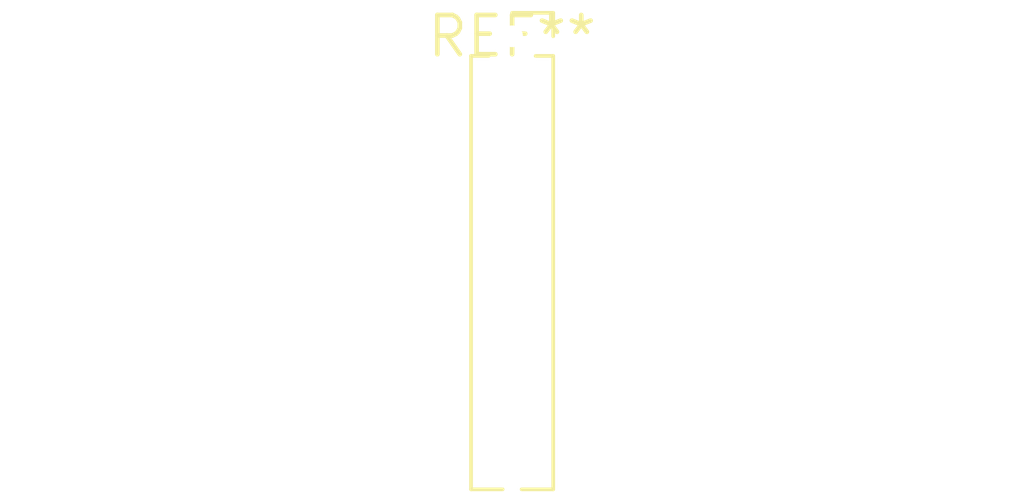
<source format=kicad_pcb>
(kicad_pcb (version 20240108) (generator pcbnew)
  (layers (0 "F.Cu" signal) (31 "B.Cu" signal) (34 "B.Paste" user) (35 "F.Paste" user) (36 "B.SilkS" user "B.Silkscreen") (37 "F.SilkS" user "F.Silkscreen") (38 "B.Mask" user) (39 "F.Mask" user) (44 "Edge.Cuts" user))
  (net 0 "")
  (footprint "PinSocket_1x12_P1.27mm_Vertical" (layer "F.Cu") (at 0 0)
    (property "Reference" "REF**")
    (property "Value" "PinSocket_1x12_P1.27mm_Vertical")
    (fp_line (start -1.33 0.635) (end -1.33 14.665) (layer "F.SilkS") (stroke (width 0.12)))
    (fp_line (start -1.33 0.635) (end -0.76 0.635) (layer "F.SilkS") (stroke (width 0.12)))
    (fp_line (start -1.33 14.665) (end -0.30753 14.665) (layer "F.SilkS") (stroke (width 0.12)))
    (fp_line (start 0 -0.76) (end 1.33 -0.76) (layer "F.SilkS") (stroke (width 0.12)))
    (fp_line (start 0.30753 14.665) (end 1.33 14.665) (layer "F.SilkS") (stroke (width 0.12)))
    (fp_line (start 0.76 0.635) (end 1.33 0.635) (layer "F.SilkS") (stroke (width 0.12)))
    (fp_line (start 1.33 -0.76) (end 1.33 0) (layer "F.SilkS") (stroke (width 0.12)))
    (fp_line (start 1.33 0.635) (end 1.33 14.665) (layer "F.SilkS") (stroke (width 0.12)))
    (pad "1" thru_hole rect (at 0 0) (size 1 1) (drill 0.7) (layers *.Cu *.Mask) (remove_unused_layers))
    (pad "2" thru_hole oval (at 0 1.27) (size 1 1) (drill 0.7) (layers *.Cu *.Mask) (remove_unused_layers))
    (pad "3" thru_hole oval (at 0 2.54) (size 1 1) (drill 0.7) (layers *.Cu *.Mask) (remove_unused_layers))
    (pad "4" thru_hole oval (at 0 3.81) (size 1 1) (drill 0.7) (layers *.Cu *.Mask) (remove_unused_layers))
    (pad "5" thru_hole oval (at 0 5.08) (size 1 1) (drill 0.7) (layers *.Cu *.Mask) (remove_unused_layers))
    (pad "6" thru_hole oval (at 0 6.35) (size 1 1) (drill 0.7) (layers *.Cu *.Mask) (remove_unused_layers))
    (pad "7" thru_hole oval (at 0 7.62) (size 1 1) (drill 0.7) (layers *.Cu *.Mask) (remove_unused_layers))
    (pad "8" thru_hole oval (at 0 8.89) (size 1 1) (drill 0.7) (layers *.Cu *.Mask) (remove_unused_layers))
    (pad "9" thru_hole oval (at 0 10.16) (size 1 1) (drill 0.7) (layers *.Cu *.Mask) (remove_unused_layers))
    (pad "10" thru_hole oval (at 0 11.43) (size 1 1) (drill 0.7) (layers *.Cu *.Mask) (remove_unused_layers))
    (pad "11" thru_hole oval (at 0 12.7) (size 1 1) (drill 0.7) (layers *.Cu *.Mask) (remove_unused_layers))
    (pad "12" thru_hole oval (at 0 13.97) (size 1 1) (drill 0.7) (layers *.Cu *.Mask) (remove_unused_layers))
  )
)
</source>
